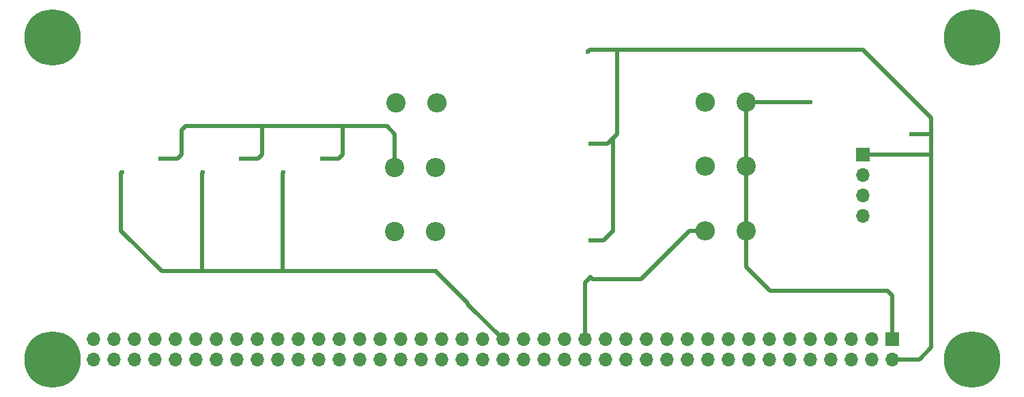
<source format=gbr>
%TF.GenerationSoftware,KiCad,Pcbnew,8.0.6*%
%TF.CreationDate,2024-11-20T23:28:48-08:00*%
%TF.ProjectId,411 Schematic,34313120-5363-4686-956d-617469632e6b,4*%
%TF.SameCoordinates,Original*%
%TF.FileFunction,Copper,L2,Bot*%
%TF.FilePolarity,Positive*%
%FSLAX46Y46*%
G04 Gerber Fmt 4.6, Leading zero omitted, Abs format (unit mm)*
G04 Created by KiCad (PCBNEW 8.0.6) date 2024-11-20 23:28:48*
%MOMM*%
%LPD*%
G01*
G04 APERTURE LIST*
%TA.AperFunction,ComponentPad*%
%ADD10C,3.900000*%
%TD*%
%TA.AperFunction,ConnectorPad*%
%ADD11C,7.000000*%
%TD*%
%TA.AperFunction,ComponentPad*%
%ADD12C,2.400000*%
%TD*%
%TA.AperFunction,ComponentPad*%
%ADD13O,2.400000X2.400000*%
%TD*%
%TA.AperFunction,ComponentPad*%
%ADD14R,1.700000X1.700000*%
%TD*%
%TA.AperFunction,ComponentPad*%
%ADD15O,1.700000X1.700000*%
%TD*%
%TA.AperFunction,ViaPad*%
%ADD16C,0.600000*%
%TD*%
%TA.AperFunction,Conductor*%
%ADD17C,0.500000*%
%TD*%
G04 APERTURE END LIST*
D10*
%TO.P,REF\u002A\u002A,1*%
%TO.N,N/C*%
X44000000Y-96000000D03*
D11*
X44000000Y-96000000D03*
%TD*%
D10*
%TO.P,REF\u002A\u002A,1*%
%TO.N,N/C*%
X44000000Y-56000000D03*
D11*
X44000000Y-56000000D03*
%TD*%
D12*
%TO.P,R1,1*%
%TO.N,Q3*%
X86612100Y-64116500D03*
D13*
%TO.P,R1,2*%
%TO.N,Net-(Q3-E)*%
X91692100Y-64116500D03*
%TD*%
D12*
%TO.P,R5,1*%
%TO.N,Net-(40_Pin_Header1-3.3V)*%
X130000000Y-64000000D03*
D13*
%TO.P,R5,2*%
%TO.N,Net-(40_Pin_Header1-GPIO01)*%
X124920000Y-64000000D03*
%TD*%
D12*
%TO.P,R2,1*%
%TO.N,Q2*%
X86452100Y-80116500D03*
D13*
%TO.P,R2,2*%
%TO.N,Net-(Q2-E)*%
X91532100Y-80116500D03*
%TD*%
D12*
%TO.P,R4,1*%
%TO.N,Net-(40_Pin_Header1-3.3V)*%
X130000000Y-80000000D03*
D13*
%TO.P,R4,2*%
%TO.N,Net-(40_Pin_Header1-GPIO11)*%
X124920000Y-80000000D03*
%TD*%
D12*
%TO.P,R3,1*%
%TO.N,Q1*%
X86452100Y-72116500D03*
D13*
%TO.P,R3,2*%
%TO.N,Net-(Q1-E)*%
X91532100Y-72116500D03*
%TD*%
D14*
%TO.P,U4,1,VCC*%
%TO.N,5V*%
X144500000Y-70500000D03*
D15*
%TO.P,U4,2,TRIG*%
%TO.N,/Trigger*%
X144500000Y-73040000D03*
%TO.P,U4,3,ECHO*%
%TO.N,/Echo*%
X144500000Y-75580000D03*
%TO.P,U4,4,GND*%
%TO.N,Net-(U4-GND)*%
X144500000Y-78120000D03*
%TD*%
D12*
%TO.P,R6,1*%
%TO.N,Net-(40_Pin_Header1-3.3V)*%
X130000000Y-72000000D03*
D13*
%TO.P,R6,2*%
%TO.N,Net-(40_Pin_Header1-GPIO13)*%
X124920000Y-72000000D03*
%TD*%
D14*
%TO.P,40_Pin_Header1,1,3.3V*%
%TO.N,Net-(40_Pin_Header1-3.3V)*%
X148160000Y-93500000D03*
D15*
%TO.P,40_Pin_Header1,2,5.0V*%
%TO.N,5V*%
X148160000Y-96040000D03*
%TO.P,40_Pin_Header1,3,I2C1_SDA*%
%TO.N,unconnected-(40_Pin_Header1-I2C1_SDA-Pad3)*%
X145620000Y-93500000D03*
%TO.P,40_Pin_Header1,4,5.0V*%
%TO.N,unconnected-(40_Pin_Header1-5.0V-Pad4)*%
X145620000Y-96040000D03*
%TO.P,40_Pin_Header1,5,I2C1_SCL*%
%TO.N,unconnected-(40_Pin_Header1-I2C1_SCL-Pad5)*%
X143080000Y-93500000D03*
%TO.P,40_Pin_Header1,6,GND*%
%TO.N,unconnected-(40_Pin_Header1-GND-Pad6)*%
X143080000Y-96040000D03*
%TO.P,40_Pin_Header1,7,GPIO09*%
%TO.N,/Trigger*%
X140540000Y-93500000D03*
%TO.P,40_Pin_Header1,8,UART1_TXD*%
%TO.N,unconnected-(40_Pin_Header1-UART1_TXD-Pad8)*%
X140540000Y-96040000D03*
%TO.P,40_Pin_Header1,9,GND*%
%TO.N,Net-(U4-GND)*%
X138000000Y-93500000D03*
%TO.P,40_Pin_Header1,10,UART1_RXD*%
%TO.N,unconnected-(40_Pin_Header1-UART1_RXD-Pad10)*%
X138000000Y-96040000D03*
%TO.P,40_Pin_Header1,11,UART1_RTS*%
%TO.N,unconnected-(40_Pin_Header1-UART1_RTS-Pad11)*%
X135460000Y-93500000D03*
%TO.P,40_Pin_Header1,12,I2S0_SCLK*%
%TO.N,unconnected-(40_Pin_Header1-I2S0_SCLK-Pad12)*%
X135460000Y-96040000D03*
%TO.P,40_Pin_Header1,13,SPI1_SCK*%
%TO.N,unconnected-(40_Pin_Header1-SPI1_SCK-Pad13)*%
X132920000Y-93500000D03*
%TO.P,40_Pin_Header1,14,GND*%
%TO.N,unconnected-(40_Pin_Header1-GND-Pad14)*%
X132920000Y-96040000D03*
%TO.P,40_Pin_Header1,15,GPIO12*%
%TO.N,/Echo*%
X130380000Y-93500000D03*
%TO.P,40_Pin_Header1,16,SPI1_CSI1*%
%TO.N,unconnected-(40_Pin_Header1-SPI1_CSI1-Pad16)*%
X130380000Y-96040000D03*
%TO.P,40_Pin_Header1,17,3.3V*%
%TO.N,unconnected-(40_Pin_Header1-3.3V-Pad17)*%
X127840000Y-93500000D03*
%TO.P,40_Pin_Header1,18,SPI1_CSI0*%
%TO.N,unconnected-(40_Pin_Header1-SPI1_CSI0-Pad18)*%
X127840000Y-96040000D03*
%TO.P,40_Pin_Header1,19,SPI0_MOSI*%
%TO.N,unconnected-(40_Pin_Header1-SPI0_MOSI-Pad19)*%
X125300000Y-93500000D03*
%TO.P,40_Pin_Header1,20,GND*%
%TO.N,unconnected-(40_Pin_Header1-GND-Pad20)*%
X125300000Y-96040000D03*
%TO.P,40_Pin_Header1,21,SPI0_MISO*%
%TO.N,unconnected-(40_Pin_Header1-SPI0_MISO-Pad21)*%
X122760000Y-93500000D03*
%TO.P,40_Pin_Header1,22,SPI1_MISO*%
%TO.N,unconnected-(40_Pin_Header1-SPI1_MISO-Pad22)*%
X122760000Y-96040000D03*
%TO.P,40_Pin_Header1,23,SPI0_SCK*%
%TO.N,unconnected-(40_Pin_Header1-SPI0_SCK-Pad23)*%
X120220000Y-93500000D03*
%TO.P,40_Pin_Header1,24,SPI0_CS0*%
%TO.N,unconnected-(40_Pin_Header1-SPI0_CS0-Pad24)*%
X120220000Y-96040000D03*
%TO.P,40_Pin_Header1,25,GND*%
%TO.N,unconnected-(40_Pin_Header1-GND-Pad25)*%
X117680000Y-93500000D03*
%TO.P,40_Pin_Header1,26,SPI0_CS1*%
%TO.N,unconnected-(40_Pin_Header1-SPI0_CS1-Pad26)*%
X117680000Y-96040000D03*
%TO.P,40_Pin_Header1,27,I2C0_SDA*%
%TO.N,unconnected-(40_Pin_Header1-I2C0_SDA-Pad27)*%
X115140000Y-93500000D03*
%TO.P,40_Pin_Header1,28,I2C0_SCL*%
%TO.N,unconnected-(40_Pin_Header1-I2C0_SCL-Pad28)*%
X115140000Y-96040000D03*
%TO.P,40_Pin_Header1,29,GPIO01*%
%TO.N,Net-(40_Pin_Header1-GPIO01)*%
X112600000Y-93500000D03*
%TO.P,40_Pin_Header1,30,GND*%
%TO.N,unconnected-(40_Pin_Header1-GND-Pad30)*%
X112600000Y-96040000D03*
%TO.P,40_Pin_Header1,31,GPIO11*%
%TO.N,Net-(40_Pin_Header1-GPIO11)*%
X110060000Y-93500000D03*
%TO.P,40_Pin_Header1,32,GPIO07*%
%TO.N,unconnected-(40_Pin_Header1-GPIO07-Pad32)*%
X110060000Y-96040000D03*
%TO.P,40_Pin_Header1,33,GPIO13*%
%TO.N,Net-(40_Pin_Header1-GPIO13)*%
X107520000Y-93500000D03*
%TO.P,40_Pin_Header1,34,GND*%
%TO.N,unconnected-(40_Pin_Header1-GND-Pad34)*%
X107520000Y-96040000D03*
%TO.P,40_Pin_Header1,35,I2S0_FS*%
%TO.N,unconnected-(40_Pin_Header1-I2S0_FS-Pad35)*%
X104980000Y-93500000D03*
%TO.P,40_Pin_Header1,36,UART1_CTS*%
%TO.N,unconnected-(40_Pin_Header1-UART1_CTS-Pad36)*%
X104980000Y-96040000D03*
%TO.P,40_Pin_Header1,37,SPI1_MOSI*%
%TO.N,unconnected-(40_Pin_Header1-SPI1_MOSI-Pad37)*%
X102440000Y-93500000D03*
%TO.P,40_Pin_Header1,38,I2S0_DIN*%
%TO.N,unconnected-(40_Pin_Header1-I2S0_DIN-Pad38)*%
X102440000Y-96040000D03*
%TO.P,40_Pin_Header1,39,GND*%
%TO.N,GND*%
X99900000Y-93500000D03*
%TO.P,40_Pin_Header1,40,I2S0_DOUT*%
%TO.N,unconnected-(40_Pin_Header1-I2S0_DOUT-Pad40)*%
X99900000Y-96040000D03*
%TO.P,40_Pin_Header1,41*%
%TO.N,N/C*%
X97360000Y-93500000D03*
%TO.P,40_Pin_Header1,42*%
X97360000Y-96040000D03*
%TO.P,40_Pin_Header1,43*%
X94820000Y-93500000D03*
%TO.P,40_Pin_Header1,44*%
X94820000Y-96040000D03*
%TO.P,40_Pin_Header1,45*%
X92280000Y-93500000D03*
%TO.P,40_Pin_Header1,46*%
X92280000Y-96040000D03*
%TO.P,40_Pin_Header1,47*%
X89740000Y-93500000D03*
%TO.P,40_Pin_Header1,48*%
X89740000Y-96040000D03*
%TO.P,40_Pin_Header1,49*%
X87200000Y-93500000D03*
%TO.P,40_Pin_Header1,50*%
X87200000Y-96040000D03*
%TO.P,40_Pin_Header1,51*%
X84660000Y-93500000D03*
%TO.P,40_Pin_Header1,52*%
X84660000Y-96040000D03*
%TO.P,40_Pin_Header1,53*%
X82120000Y-93500000D03*
%TO.P,40_Pin_Header1,54*%
X82120000Y-96040000D03*
%TO.P,40_Pin_Header1,55*%
X79580000Y-93500000D03*
%TO.P,40_Pin_Header1,56*%
X79580000Y-96040000D03*
%TO.P,40_Pin_Header1,57*%
X77040000Y-93500000D03*
%TO.P,40_Pin_Header1,58*%
X77040000Y-96040000D03*
%TO.P,40_Pin_Header1,59*%
X74500000Y-93500000D03*
%TO.P,40_Pin_Header1,60*%
X74500000Y-96040000D03*
%TO.P,40_Pin_Header1,61*%
X71960000Y-93500000D03*
%TO.P,40_Pin_Header1,62*%
X71960000Y-96040000D03*
%TO.P,40_Pin_Header1,63*%
X69420000Y-93500000D03*
%TO.P,40_Pin_Header1,64*%
X69420000Y-96040000D03*
%TO.P,40_Pin_Header1,65*%
X66880000Y-93500000D03*
%TO.P,40_Pin_Header1,66*%
X66880000Y-96040000D03*
%TO.P,40_Pin_Header1,67*%
X64340000Y-93500000D03*
%TO.P,40_Pin_Header1,68*%
X64340000Y-96040000D03*
%TO.P,40_Pin_Header1,69*%
X61800000Y-93500000D03*
%TO.P,40_Pin_Header1,70*%
X61800000Y-96040000D03*
%TO.P,40_Pin_Header1,71*%
X59260000Y-93500000D03*
%TO.P,40_Pin_Header1,72*%
X59260000Y-96040000D03*
%TO.P,40_Pin_Header1,73*%
X56720000Y-93500000D03*
%TO.P,40_Pin_Header1,74*%
X56720000Y-96040000D03*
%TO.P,40_Pin_Header1,75*%
X54180000Y-93500000D03*
%TO.P,40_Pin_Header1,76*%
X54180000Y-96040000D03*
%TO.P,40_Pin_Header1,77*%
X51640000Y-93500000D03*
%TO.P,40_Pin_Header1,78*%
X51640000Y-96040000D03*
%TO.P,40_Pin_Header1,79*%
X49100000Y-93500000D03*
%TO.P,40_Pin_Header1,80*%
X49100000Y-96040000D03*
%TD*%
D11*
%TO.P,REF\u002A\u002A,1*%
%TO.N,N/C*%
X158000000Y-56000000D03*
D10*
X158000000Y-56000000D03*
%TD*%
%TO.P,REF\u002A\u002A,1*%
%TO.N,N/C*%
X158000000Y-96000000D03*
D11*
X158000000Y-96000000D03*
%TD*%
D16*
%TO.N,GND*%
X72600000Y-72700000D03*
X91500000Y-85000000D03*
X52600000Y-72700000D03*
X62600000Y-72700000D03*
%TO.N,Q1*%
X77400000Y-71000000D03*
X67400000Y-71000000D03*
X57400000Y-71000000D03*
%TO.N,5V*%
X110678800Y-69214000D03*
X110413500Y-57714000D03*
X150500000Y-68000000D03*
X110678800Y-81214000D03*
%TO.N,Net-(40_Pin_Header1-3.3V)*%
X138000000Y-64000000D03*
%TO.N,Net-(40_Pin_Header1-GPIO11)*%
X120500000Y-82500000D03*
X110678800Y-85786000D03*
%TD*%
D17*
%TO.N,GND*%
X52500000Y-72800000D02*
X52600000Y-72700000D01*
X52500000Y-80000000D02*
X52500000Y-72800000D01*
X57500000Y-85000000D02*
X52500000Y-80000000D01*
X62500000Y-85000000D02*
X57500000Y-85000000D01*
%TO.N,5V*%
X144500000Y-57500000D02*
X114000000Y-57500000D01*
X153000000Y-66000000D02*
X144500000Y-57500000D01*
X153000000Y-68000000D02*
X153000000Y-66000000D01*
%TO.N,GND*%
X95500000Y-89120000D02*
X95500000Y-89000000D01*
X62500000Y-85000000D02*
X62500000Y-72800000D01*
X72500000Y-72800000D02*
X72600000Y-72700000D01*
X62500000Y-72800000D02*
X62600000Y-72700000D01*
X72500000Y-85000000D02*
X72500000Y-72800000D01*
X72500000Y-85000000D02*
X91500000Y-85000000D01*
X95500000Y-89000000D02*
X91500000Y-85000000D01*
X99840000Y-93460000D02*
X95500000Y-89120000D01*
X72500000Y-85000000D02*
X62500000Y-85000000D01*
%TO.N,Q1*%
X60500000Y-67000000D02*
X60000000Y-67500000D01*
X79500000Y-71000000D02*
X77400000Y-71000000D01*
X70000000Y-67000000D02*
X60500000Y-67000000D01*
X69500000Y-71000000D02*
X67400000Y-71000000D01*
X85500000Y-67000000D02*
X80000000Y-67000000D01*
X60000000Y-67500000D02*
X60000000Y-70500000D01*
X86452100Y-72116500D02*
X86452100Y-67952100D01*
X80000000Y-67000000D02*
X70000000Y-67000000D01*
X86452100Y-67952100D02*
X85500000Y-67000000D01*
X70000000Y-70500000D02*
X69500000Y-71000000D01*
X80000000Y-67000000D02*
X80000000Y-70500000D01*
X59500000Y-71000000D02*
X57400000Y-71000000D01*
X60000000Y-70500000D02*
X59500000Y-71000000D01*
X80000000Y-70500000D02*
X79500000Y-71000000D01*
X70000000Y-67000000D02*
X70000000Y-70500000D01*
%TO.N,5V*%
X153000000Y-68000000D02*
X150500000Y-68000000D01*
X151500000Y-96000000D02*
X153000000Y-94500000D01*
X153000000Y-70500000D02*
X153000000Y-68000000D01*
X110627500Y-57500000D02*
X110413500Y-57714000D01*
X114000000Y-68000000D02*
X112786000Y-69214000D01*
X112786000Y-69214000D02*
X110678800Y-69214000D01*
X114000000Y-57500000D02*
X114000000Y-68000000D01*
X144500000Y-70500000D02*
X153000000Y-70500000D01*
X148100000Y-96000000D02*
X151500000Y-96000000D01*
X113500000Y-68500000D02*
X113500000Y-80000000D01*
X113500000Y-80000000D02*
X112286000Y-81214000D01*
X153000000Y-94500000D02*
X153000000Y-70500000D01*
X114000000Y-57500000D02*
X110627500Y-57500000D01*
X114000000Y-68000000D02*
X113500000Y-68500000D01*
X112286000Y-81214000D02*
X110678800Y-81214000D01*
%TO.N,Net-(40_Pin_Header1-3.3V)*%
X147500000Y-87500000D02*
X148100000Y-88100000D01*
X133000000Y-87500000D02*
X130000000Y-84500000D01*
X148100000Y-88100000D02*
X148100000Y-93460000D01*
X147500000Y-87500000D02*
X133000000Y-87500000D01*
X130000000Y-72000000D02*
X130000000Y-64000000D01*
X130000000Y-84500000D02*
X130000000Y-80000000D01*
X130000000Y-64000000D02*
X138000000Y-64000000D01*
X130000000Y-80000000D02*
X130000000Y-72000000D01*
%TO.N,Net-(40_Pin_Header1-GPIO11)*%
X117000000Y-86000000D02*
X110928000Y-86000000D01*
X110714000Y-85786000D02*
X110928000Y-86000000D01*
X110000000Y-86464800D02*
X110678800Y-85786000D01*
X110000000Y-93460000D02*
X110000000Y-86464800D01*
X124920000Y-80000000D02*
X123000000Y-80000000D01*
X110678800Y-85786000D02*
X110714000Y-85786000D01*
X123000000Y-80000000D02*
X120500000Y-82500000D01*
X120500000Y-82500000D02*
X117000000Y-86000000D01*
%TD*%
M02*

</source>
